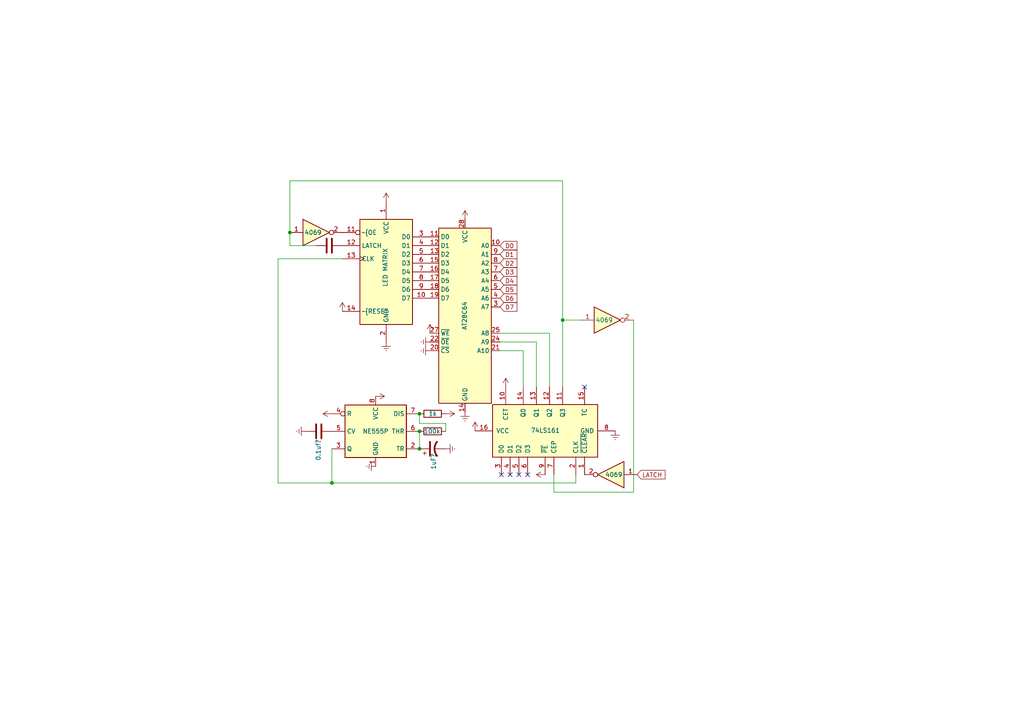
<source format=kicad_sch>
(kicad_sch (version 20211123) (generator eeschema)
  (paper "A4")
  (lib_symbols
    (symbol "28C256_1"
      (property "Value" "AT28C64" (at 0.127 0 90))
      (symbol "28C256_1_1_1"
        (rectangle (start -7.62 25.4) (end 7.62 -25.4) (stroke (width 0.254)) (fill (type background)))
        (pin input line (at -10.16 20.32 0) (length 2.54) (name "A0") (number "10"))
        (pin tri_state line (at 10.16 22.86 180) (length 2.54) (name "D0") (number "11"))
        (pin tri_state line (at 10.16 20.32 180) (length 2.54) (name "D1") (number "12"))
        (pin tri_state line (at 10.16 17.78 180) (length 2.54) (name "D2") (number "13"))
        (pin power_in line (at 0 -27.94 90) (length 2.54) (name "GND") (number "14"))
        (pin tri_state line (at 10.16 15.24 180) (length 2.54) (name "D3") (number "15"))
        (pin tri_state line (at 10.16 12.7 180) (length 2.54) (name "D4") (number "16"))
        (pin tri_state line (at 10.16 10.16 180) (length 2.54) (name "D5") (number "17"))
        (pin tri_state line (at 10.16 7.62 180) (length 2.54) (name "D6") (number "18"))
        (pin tri_state line (at 10.16 5.08 180) (length 2.54) (name "D7") (number "19"))
        (pin input line (at 10.16 -10.16 180) (length 2.54) (name "~{CS}") (number "20"))
        (pin input line (at -10.16 -10.16 0) (length 2.54) (name "A10") (number "21"))
        (pin input line (at 10.16 -7.62 180) (length 2.54) (name "~{OE}") (number "22"))
        (pin input line (at -10.16 -7.62 0) (length 2.54) (name "A9") (number "24"))
        (pin input line (at -10.16 -5.08 0) (length 2.54) (name "A8") (number "25"))
        (pin input line (at 10.16 -5.08 180) (length 2.54) (name "~{WE}") (number "27"))
        (pin power_in line (at 0 27.94 270) (length 2.54) (name "VCC") (number "28"))
        (pin input line (at -10.16 2.54 0) (length 2.54) (name "A7") (number "3"))
        (pin input line (at -10.16 5.08 0) (length 2.54) (name "A6") (number "4"))
        (pin input line (at -10.16 7.62 0) (length 2.54) (name "A5") (number "5"))
        (pin input line (at -10.16 10.16 0) (length 2.54) (name "A4") (number "6"))
        (pin input line (at -10.16 12.7 0) (length 2.54) (name "A3") (number "7"))
        (pin input line (at -10.16 15.24 0) (length 2.54) (name "A2") (number "8"))
        (pin input line (at -10.16 17.78 0) (length 2.54) (name "A1") (number "9"))
      )
    )
    (symbol "4xxx:4069" (pin_names (offset 1.016))
      (property "Reference" "U" (at 0 1.27 0))
      (property "Value" "4069" (at 0 -1.27 0))
      (symbol "4069_1_0"
        (polyline (pts (xy -3.81 3.81) (xy -3.81 -3.81) (xy 3.81 0) (xy -3.81 3.81)) (stroke (width 0.254)) (fill (type background)))
        (pin input line (at -7.62 0 0) (length 3.81) (name "~") (number "1"))
        (pin output inverted (at 7.62 0 180) (length 3.81) (name "~") (number "2"))
      )
      (symbol "4069_2_0"
        (polyline (pts (xy -3.81 3.81) (xy -3.81 -3.81) (xy 3.81 0) (xy -3.81 3.81)) (stroke (width 0.254)) (fill (type background)))
        (pin input line (at -7.62 0 0) (length 3.81) (name "~") (number "3"))
        (pin output inverted (at 7.62 0 180) (length 3.81) (name "~") (number "4"))
      )
      (symbol "4069_3_0"
        (polyline (pts (xy -3.81 3.81) (xy -3.81 -3.81) (xy 3.81 0) (xy -3.81 3.81)) (stroke (width 0.254)) (fill (type background)))
        (pin input line (at -7.62 0 0) (length 3.81) (name "~") (number "5"))
        (pin output inverted (at 7.62 0 180) (length 3.81) (name "~") (number "6"))
      )
      (symbol "4069_4_0"
        (polyline (pts (xy -3.81 3.81) (xy -3.81 -3.81) (xy 3.81 0) (xy -3.81 3.81)) (stroke (width 0.254)) (fill (type background)))
        (pin output inverted (at 7.62 0 180) (length 3.81) (name "~") (number "8"))
        (pin input line (at -7.62 0 0) (length 3.81) (name "~") (number "9"))
      )
      (symbol "4069_5_0"
        (polyline (pts (xy -3.81 3.81) (xy -3.81 -3.81) (xy 3.81 0) (xy -3.81 3.81)) (stroke (width 0.254)) (fill (type background)))
        (pin output inverted (at 7.62 0 180) (length 3.81) (name "~") (number "10"))
        (pin input line (at -7.62 0 0) (length 3.81) (name "~") (number "11"))
      )
      (symbol "4069_6_0"
        (polyline (pts (xy -3.81 3.81) (xy -3.81 -3.81) (xy 3.81 0) (xy -3.81 3.81)) (stroke (width 0.254)) (fill (type background)))
        (pin output inverted (at 7.62 0 180) (length 3.81) (name "~") (number "12"))
        (pin input line (at -7.62 0 0) (length 3.81) (name "~") (number "13"))
      )
      (symbol "4069_7_0"
        (pin power_in line (at 0 12.7 270) (length 5.08) (name "VDD") (number "14"))
        (pin power_in line (at 0 -12.7 90) (length 5.08) (name "VSS") (number "7"))
      )
      (symbol "4069_7_1"
        (rectangle (start -5.08 7.62) (end 5.08 -7.62) (stroke (width 0.254)) (fill (type background)))
      )
    )
    (symbol "74HCT374_1"
      (property "Value" "LED MATRIX" (at -0.254 -4.318 90))
      (symbol "74HCT374_1_1_0"
        (pin power_in line (at 0 20.32 270) (length 5.08) (name "VCC") (number "1"))
        (pin input line (at 12.7 -7.62 180) (length 5.08) (name "D7") (number "10"))
        (pin input inverted (at -12.7 11.43 0) (length 5.08) (name "~{OE") (number "11"))
        (pin tri_state line (at -12.7 7.62 0) (length 5.08) (name "LATCH") (number "12"))
        (pin input clock (at -12.7 3.81 0) (length 5.08) (name "CLK") (number "13"))
        (pin tri_state line (at -12.7 -11.43 0) (length 5.08) (name "~{RESET") (number "14"))
        (pin power_in line (at 0 -20.32 90) (length 5.08) (name "GND") (number "2"))
        (pin input line (at 12.7 10.16 180) (length 5.08) (name "D0") (number "3"))
        (pin input line (at 12.7 7.62 180) (length 5.08) (name "D1") (number "4"))
        (pin input line (at 12.7 5.08 180) (length 5.08) (name "D2") (number "5"))
        (pin input line (at 12.7 2.54 180) (length 5.08) (name "D3") (number "6"))
        (pin input line (at 12.7 0 180) (length 5.08) (name "D4") (number "7"))
        (pin input line (at 12.7 -2.54 180) (length 5.08) (name "D5") (number "8"))
        (pin input line (at 12.7 -5.08 180) (length 5.08) (name "D6") (number "9"))
      )
      (symbol "74HCT374_1_1_1"
        (rectangle (start -7.62 15.24) (end 7.62 -15.24) (stroke (width 0.254)) (fill (type background)))
      )
    )
    (symbol "74LS161_2" (pin_names (offset 1.016))
      (property "Value" "74LS161_2" (at 4.064 0.508 90))
      (symbol "74LS161_2_1_0"
        (pin input line (at -12.7 -11.43 0) (length 5.08) (name "~{CLEAR}") (number "1"))
        (pin input line (at 12.7 11.43 180) (length 5.08) (name "CET") (number "10"))
        (pin output line (at 12.7 -5.08 180) (length 5.08) (name "Q3") (number "11"))
        (pin output line (at 12.7 -1.27 180) (length 5.08) (name "Q2") (number "12"))
        (pin output line (at 12.7 2.54 180) (length 5.08) (name "Q1") (number "13"))
        (pin output line (at 12.7 6.35 180) (length 5.08) (name "Q0") (number "14"))
        (pin output line (at 12.7 -11.43 180) (length 5.08) (name "TC") (number "15"))
        (pin power_in line (at 0 20.32 270) (length 5.08) (name "VCC") (number "16"))
        (pin input line (at -12.7 -8.89 0) (length 5.08) (name "CLK") (number "2"))
        (pin input line (at -12.7 12.7 0) (length 5.08) (name "D0") (number "3"))
        (pin input line (at -12.7 10.16 0) (length 5.08) (name "D1") (number "4"))
        (pin input line (at -12.7 7.62 0) (length 5.08) (name "D2") (number "5"))
        (pin input line (at -12.7 5.08 0) (length 5.08) (name "D3") (number "6"))
        (pin input line (at -12.7 -2.54 0) (length 5.08) (name "CEP") (number "7"))
        (pin power_in line (at 0 -20.32 90) (length 5.08) (name "GND") (number "8"))
        (pin input line (at -12.7 0 0) (length 5.08) (name "~{PE}") (number "9"))
      )
      (symbol "74LS161_2_1_1"
        (rectangle (start -7.62 15.24) (end 7.62 -15.24) (stroke (width 0.254)) (fill (type background)))
      )
    )
    (symbol "Device:C" (pin_numbers hide) (pin_names (offset 0.254))
      (property "Reference" "C" (at 0.635 2.54 0))
      (property "Value" "C" (at 0.635 -2.54 0))
      (symbol "C_0_1"
        (polyline (pts (xy -2.032 -0.762) (xy 2.032 -0.762)) (stroke (width 0.508)))
        (polyline (pts (xy -2.032 0.762) (xy 2.032 0.762)) (stroke (width 0.508)))
      )
      (symbol "C_1_1"
        (pin passive line (at 0 3.81 270) (length 2.794) (name "~") (number "1"))
        (pin passive line (at 0 -3.81 90) (length 2.794) (name "~") (number "2"))
      )
    )
    (symbol "Device:C_Polarized_US" (pin_numbers hide) (pin_names (offset 0.254) hide)
      (property "Reference" "C" (at 0.635 2.54 0))
      (property "Value" "C_Polarized_US" (at 0.635 -2.54 0))
      (symbol "C_Polarized_US_0_1"
        (polyline (pts (xy -2.032 0.762) (xy 2.032 0.762)) (stroke (width 0.508)))
        (polyline (pts (xy -1.778 2.286) (xy -0.762 2.286)))
        (polyline (pts (xy -1.27 1.778) (xy -1.27 2.794)))
        (arc (start 2.032 -1.27) (mid 0 -0.5572) (end -2.032 -1.27) (stroke (width 0.508)))
      )
      (symbol "C_Polarized_US_1_1"
        (pin passive line (at 0 3.81 270) (length 2.794) (name "~") (number "1"))
        (pin passive line (at 0 -3.81 90) (length 3.302) (name "~") (number "2"))
      )
    )
    (symbol "Device:R" (pin_numbers hide) (pin_names (offset 0))
      (property "Reference" "R" (at 2.032 0 90))
      (property "Value" "R" (at 0 0 90))
      (symbol "R_0_1"
        (rectangle (start -1.016 -2.54) (end 1.016 2.54) (stroke (width 0.254)))
      )
      (symbol "R_1_1"
        (pin passive line (at 0 3.81 270) (length 1.27) (name "~") (number "1"))
        (pin passive line (at 0 -3.81 90) (length 1.27) (name "~") (number "2"))
      )
    )
    (symbol "NE555P_2"
      (property "Value" "NE555P_2" (at -3.81 0 0))
      (symbol "NE555P_2_0_0"
        (pin power_in line (at 0 -10.16 90) (length 2.54) (name "GND") (number "1"))
        (pin power_in line (at 0 10.16 270) (length 2.54) (name "VCC") (number "8"))
      )
      (symbol "NE555P_2_0_1"
        (rectangle (start -8.89 -7.62) (end 8.89 7.62) (stroke (width 0.254)) (fill (type background)))
        (rectangle (start -8.89 -7.62) (end 8.89 7.62) (stroke (width 0.254)) (fill (type background)))
      )
      (symbol "NE555P_2_1_1"
        (pin input line (at 12.7 -5.08 180) (length 3.81) (name "TR") (number "2"))
        (pin output line (at -12.7 -5.08 0) (length 3.81) (name "Q") (number "3"))
        (pin input inverted (at -12.7 5.08 0) (length 3.81) (name "R") (number "4"))
        (pin input line (at -12.7 0 0) (length 3.81) (name "CV") (number "5"))
        (pin input line (at 12.7 0 180) (length 3.81) (name "THR") (number "6"))
        (pin input line (at 12.7 5.08 180) (length 3.81) (name "DIS") (number "7"))
      )
    )
    (symbol "power:Earth" (power) (pin_names (offset 0))
      (symbol "Earth_0_1"
        (polyline (pts (xy -0.635 -1.905) (xy 0.635 -1.905)))
        (polyline (pts (xy -0.127 -2.54) (xy 0.127 -2.54)))
        (polyline (pts (xy 0 -1.27) (xy 0 0)))
        (polyline (pts (xy 1.27 -1.27) (xy -1.27 -1.27)))
      )
      (symbol "Earth_1_1"
        (pin power_in line (at 0 0 270) (length 0) hide (name "Earth") (number "1"))
      )
    )
    (symbol "power:VCC" (power) (pin_names (offset 0))
      (property "Value" "VCC" (at 0 3.81 0))
      (symbol "VCC_0_1"
        (polyline (pts (xy -0.762 1.27) (xy 0 2.54)))
        (polyline (pts (xy 0 0) (xy 0 2.54)))
        (polyline (pts (xy 0 2.54) (xy 0.762 1.27)))
      )
      (symbol "VCC_1_1"
        (pin power_in line (at 0 0 90) (length 0) hide (name "VCC") (number "1"))
      )
    )
  )
  (junction (at 84.074 67.437))
  (junction (at 121.666 125.095))
  (junction (at 121.666 120.015))
  (junction (at 96.266 140.081))
  (junction (at 163.195 92.837))
  (junction (at 121.666 130.175))
  (no_connect (at 153.035 137.668))
  (no_connect (at 169.545 112.268))
  (no_connect (at 150.495 137.668))
  (no_connect (at 145.415 137.668))
  (no_connect (at 147.955 137.668))
  (wire (pts (xy 159.385 96.647) (xy 145.034 96.647)))
  (wire (pts (xy 163.195 92.837) (xy 163.195 52.451)))
  (wire (pts (xy 96.266 140.081) (xy 80.645 140.081)))
  (wire (pts (xy 163.195 112.268) (xy 163.195 92.837)))
  (wire (pts (xy 160.655 142.748) (xy 183.769 142.748)))
  (wire (pts (xy 96.266 140.081) (xy 167.005 140.081)))
  (wire (pts (xy 155.575 99.187) (xy 155.575 112.268)))
  (wire (pts (xy 159.385 112.268) (xy 159.385 96.647)))
  (wire (pts (xy 121.666 122.809) (xy 121.666 120.015)))
  (wire (pts (xy 80.645 75.057) (xy 99.314 75.057)))
  (wire (pts (xy 160.655 137.668) (xy 160.655 142.748)))
  (wire (pts (xy 129.286 125.095) (xy 129.286 122.809)))
  (wire (pts (xy 183.769 92.837) (xy 183.769 142.748)))
  (wire (pts (xy 167.005 140.081) (xy 167.005 137.668)))
  (wire (pts (xy 96.266 130.175) (xy 96.266 140.081)))
  (wire (pts (xy 129.286 122.809) (xy 121.666 122.809)))
  (wire (pts (xy 151.765 101.727) (xy 145.034 101.727)))
  (wire (pts (xy 84.074 71.247) (xy 91.694 71.247)))
  (wire (pts (xy 84.074 52.451) (xy 84.074 67.437)))
  (wire (pts (xy 145.034 99.187) (xy 155.575 99.187)))
  (wire (pts (xy 163.195 92.837) (xy 168.529 92.837)))
  (wire (pts (xy 163.195 52.451) (xy 84.074 52.451)))
  (wire (pts (xy 151.765 112.268) (xy 151.765 101.727)))
  (wire (pts (xy 84.074 67.437) (xy 84.074 71.247)))
  (wire (pts (xy 80.645 140.081) (xy 80.645 75.057)))
  (wire (pts (xy 121.666 125.095) (xy 121.666 130.175)))
  (global_label "D5" (shape input) (at 145.034 83.947 0) (property "Intersheet References" "${INTERSHEET_REFS}" (effects hide)))
  (global_label "D4" (shape input) (at 145.034 81.407 0) (property "Intersheet References" "${INTERSHEET_REFS}" (effects hide)))
  (global_label "D7" (shape input) (at 145.034 89.027 0) (property "Intersheet References" "${INTERSHEET_REFS}" (effects hide)))
  (global_label "D0" (shape input) (at 145.034 71.247 0) (property "Intersheet References" "${INTERSHEET_REFS}" (effects hide)))
  (global_label "LATCH" (shape input) (at 184.785 137.668 0) (property "Intersheet References" "${INTERSHEET_REFS}" (effects hide)))
  (global_label "D3" (shape input) (at 145.034 78.867 0) (property "Intersheet References" "${INTERSHEET_REFS}" (effects hide)))
  (global_label "D1" (shape input) (at 145.034 73.787 0) (property "Intersheet References" "${INTERSHEET_REFS}" (effects hide)))
  (global_label "D2" (shape input) (at 145.034 76.327 0) (property "Intersheet References" "${INTERSHEET_REFS}" (effects hide)))
  (global_label "D6" (shape input) (at 145.034 86.487 0) (property "Intersheet References" "${INTERSHEET_REFS}" (effects hide)))
  (symbol (lib_id "Device:R") (at 125.476 120.015 90) (unit 1)
    (property "Reference" "R?" (effects hide))
    (property "Value" "1k" (at 126.746 120.015 90) (effects (justify left)))
  )
  (symbol (lib_id "power:Earth") (at 108.966 135.255 270) (unit 1)
    (property "Reference" "#PWR?" (effects hide))
    (property "Value" "Earth" (effects hide))
  )
  (symbol (lib_name "74LS161_2") (lib_id "74xx:74LS161") (at 158.115 124.968 90) (unit 1)
    (property "Reference" "U?" (effects hide))
    (property "Value" "74LS161" (at 162.433 124.841 90) (effects (justify left)))
    (property "Datasheet" "http://www.ti.com/lit/gpn/sn74LS161" (effects hide))
  )
  (symbol (lib_id "power:VCC") (at 134.874 63.627 0) (mirror y) (unit 1)
    (property "Reference" "#PWR?" (effects hide))
    (property "Value" "VCC" (effects hide))
  )
  (symbol (lib_id "power:VCC") (at 129.286 120.015 270) (mirror x) (unit 1)
    (property "Reference" "#PWR?" (effects hide))
    (property "Value" "VCC" (effects hide))
  )
  (symbol (lib_id "power:Earth") (at 129.286 130.175 90) (unit 1)
    (property "Reference" "#PWR?" (effects hide))
    (property "Value" "Earth" (effects hide))
  )
  (symbol (lib_id "power:Earth") (at 88.646 125.095 270) (unit 1)
    (property "Reference" "#PWR?" (effects hide))
    (property "Value" "Earth" (effects hide))
  )
  (symbol (lib_name "28C256_1") (lib_id "Memory_EEPROM:28C256") (at 134.874 91.567 0) (mirror y) (unit 1)
    (property "Reference" "U?" (effects hide))
    (property "Value" "AT28C64" (at 134.747 91.567 90))
    (property "Datasheet" "http://ww1.microchip.com/downloads/en/DeviceDoc/doc0006.pdf" (effects hide))
  )
  (symbol (lib_id "power:VCC") (at 124.714 96.647 0) (mirror y) (unit 1)
    (property "Reference" "#PWR?" (effects hide))
    (property "Value" "VCC" (effects hide))
  )
  (symbol (lib_id "power:VCC") (at 112.014 58.547 0) (mirror y) (unit 1)
    (property "Reference" "#PWR?" (effects hide))
    (property "Value" "VCC" (effects hide))
  )
  (symbol (lib_id "4xxx:4069") (at 176.149 92.837 0) (unit 1)
    (property "Reference" "U?" (effects hide))
    (property "Value" "4069" (at 175.26 92.837 0))
    (property "Datasheet" "http://www.intersil.com/content/dam/Intersil/documents/cd40/cd4069ubms.pdf" (effects hide))
  )
  (symbol (lib_id "power:Earth") (at 112.014 99.187 0) (unit 1)
    (property "Reference" "#PWR?" (effects hide))
    (property "Value" "Earth" (effects hide))
  )
  (symbol (lib_id "power:Earth") (at 178.435 124.968 0) (unit 1)
    (property "Reference" "#PWR?" (effects hide))
    (property "Value" "Earth" (effects hide))
  )
  (symbol (lib_id "power:VCC") (at 99.314 90.297 0) (mirror y) (unit 1)
    (property "Reference" "#PWR?" (effects hide))
    (property "Value" "VCC" (effects hide))
  )
  (symbol (lib_id "power:VCC") (at 96.266 120.015 90) (mirror x) (unit 1)
    (property "Reference" "#PWR?" (effects hide))
    (property "Value" "VCC" (effects hide))
  )
  (symbol (lib_id "Device:R") (at 125.476 125.095 90) (unit 1)
    (property "Reference" "R?" (effects hide))
    (property "Value" "100k" (at 127.762 125.095 90) (effects (justify left)))
  )
  (symbol (lib_id "power:VCC") (at 137.795 124.968 0) (mirror y) (unit 1)
    (property "Reference" "#PWR?" (effects hide))
    (property "Value" "VCC" (effects hide))
  )
  (symbol (lib_id "power:VCC") (at 158.115 137.668 90) (mirror x) (unit 1)
    (property "Reference" "#PWR?" (effects hide))
    (property "Value" "VCC" (effects hide))
  )
  (symbol (lib_name "NE555P_2") (lib_id "Timer:NE555P") (at 108.966 125.095 0) (unit 1)
    (property "Reference" "U?" (effects hide))
    (property "Value" "NE555P" (at 105.156 125.095 0) (effects (justify left)))
    (property "Footprint" "Package_DIP:DIP-8_W7.62mm" (effects hide))
    (property "Datasheet" "http://www.ti.com/lit/ds/symlink/ne555.pdf" (effects hide))
  )
  (symbol (lib_id "4xxx:4069") (at 177.165 137.668 180) (unit 1)
    (property "Reference" "U?" (effects hide))
    (property "Value" "4069" (at 178.054 137.668 0))
    (property "Datasheet" "http://www.intersil.com/content/dam/Intersil/documents/cd40/cd4069ubms.pdf" (effects hide))
  )
  (symbol (lib_id "4xxx:4069") (at 91.694 67.437 0) (unit 1)
    (property "Reference" "U?" (effects hide))
    (property "Value" "4069" (at 90.805 67.437 0))
    (property "Datasheet" "http://www.intersil.com/content/dam/Intersil/documents/cd40/cd4069ubms.pdf" (effects hide))
  )
  (symbol (lib_id "Device:C") (at 95.504 71.247 90) (unit 1)
    (property "Reference" "C?" (effects hide))
    (property "Value" "C" (effects hide))
  )
  (symbol (lib_id "power:VCC") (at 146.685 112.268 0) (mirror y) (unit 1)
    (property "Reference" "#PWR?" (effects hide))
    (property "Value" "VCC" (effects hide))
  )
  (symbol (lib_id "Device:C_Polarized_US") (at 125.476 130.175 90) (unit 1)
    (property "Reference" "1uF?" (at 125.73 133.858 0))
    (property "Value" "C1" (effects hide))
  )
  (symbol (lib_name "74HCT374_1") (lib_id "74xx:74HCT374") (at 112.014 78.867 0) (unit 1)
    (property "Reference" "U?" (effects hide))
    (property "Value" "LED MATRIX" (at 111.76 83.185 90) (effects (justify left)))
    (property "Datasheet" "https://www.ti.com/lit/ds/symlink/cd74hct374.pdf" (effects hide))
  )
  (symbol (lib_id "power:Earth") (at 134.874 119.507 0) (unit 1)
    (property "Reference" "#PWR?" (effects hide))
    (property "Value" "Earth" (effects hide))
  )
  (symbol (lib_id "power:Earth") (at 124.714 101.727 270) (unit 1)
    (property "Reference" "#PWR?" (effects hide))
    (property "Value" "Earth" (effects hide))
  )
  (symbol (lib_id "Device:C") (at 92.456 125.095 270) (unit 1)
    (property "Reference" "0.1uf?" (at 92.329 127.381 0) (effects (justify left)))
    (property "Value" "C2" (effects hide))
  )
  (symbol (lib_id "power:Earth") (at 124.714 99.187 270) (unit 1)
    (property "Reference" "#PWR?" (effects hide))
    (property "Value" "Earth" (effects hide))
  )
  (symbol (lib_id "power:VCC") (at 108.966 114.935 270) (mirror x) (unit 1)
    (property "Reference" "#PWR?" (effects hide))
    (property "Value" "VCC" (effects hide))
  )
)
</source>
